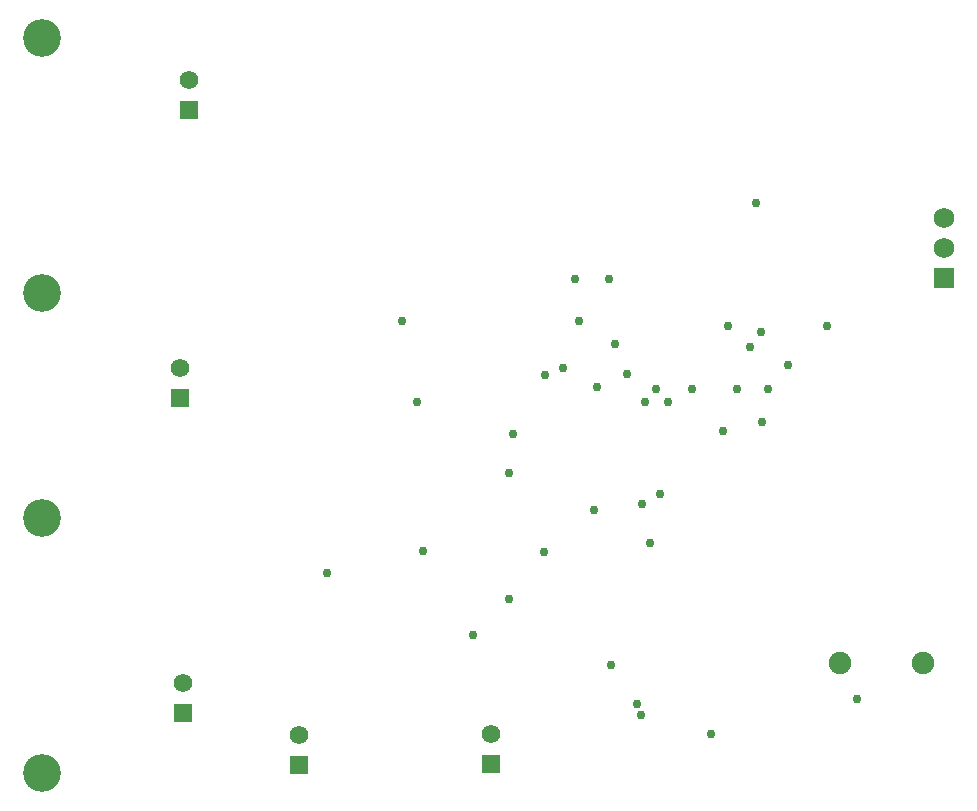
<source format=gbs>
G04*
G04 #@! TF.GenerationSoftware,Altium Limited,Altium Designer,24.6.1 (21)*
G04*
G04 Layer_Color=16711935*
%FSLAX44Y44*%
%MOMM*%
G71*
G04*
G04 #@! TF.SameCoordinates,331DEB25-2CF6-4BCB-8A95-B8F28AD14DBC*
G04*
G04*
G04 #@! TF.FilePolarity,Negative*
G04*
G01*
G75*
%ADD29C,1.9032*%
%ADD30C,1.5700*%
%ADD31R,1.5700X1.5700*%
%ADD32C,1.7532*%
%ADD33R,1.7532X1.7532*%
%ADD34C,3.2032*%
%ADD35C,0.7532*%
D29*
X789940Y121920D02*
D03*
X859940D02*
D03*
D30*
X494030Y62230D02*
D03*
X331470Y60960D02*
D03*
X233680Y105410D02*
D03*
X231140Y372110D02*
D03*
X238760Y615950D02*
D03*
D31*
X494030Y36830D02*
D03*
X331470Y35560D02*
D03*
X233680Y80010D02*
D03*
X231140Y346710D02*
D03*
X238760Y590550D02*
D03*
D32*
X877570Y499110D02*
D03*
Y473710D02*
D03*
D33*
Y448310D02*
D03*
D34*
X114300Y29160D02*
D03*
Y245160D02*
D03*
Y435560D02*
D03*
Y651560D02*
D03*
D35*
X609600Y367030D02*
D03*
X702310Y354330D02*
D03*
X728980D02*
D03*
X664210D02*
D03*
X694690Y407670D02*
D03*
X722630Y402590D02*
D03*
X584200Y355600D02*
D03*
X643890Y342900D02*
D03*
X624840D02*
D03*
X633730Y354330D02*
D03*
X555120Y372110D02*
D03*
X565150Y447040D02*
D03*
X594360D02*
D03*
X539620Y365760D02*
D03*
X622300Y256540D02*
D03*
X581406Y251460D02*
D03*
X628650Y223520D02*
D03*
X595630Y120142D02*
D03*
X513080Y316230D02*
D03*
X436880Y216916D02*
D03*
X637216Y264800D02*
D03*
X478790Y146050D02*
D03*
X509270Y176530D02*
D03*
Y283210D02*
D03*
X723900Y326390D02*
D03*
X431800Y342900D02*
D03*
X745490Y374650D02*
D03*
X778435Y407595D02*
D03*
X539496Y216408D02*
D03*
X691134Y318516D02*
D03*
X713486Y389382D02*
D03*
X355600Y198374D02*
D03*
X598932Y392176D02*
D03*
X680250Y62230D02*
D03*
X621030Y78232D02*
D03*
X804392Y91948D02*
D03*
X618236Y87122D02*
D03*
X418846Y411226D02*
D03*
X719041Y511302D02*
D03*
X568706Y411226D02*
D03*
M02*

</source>
